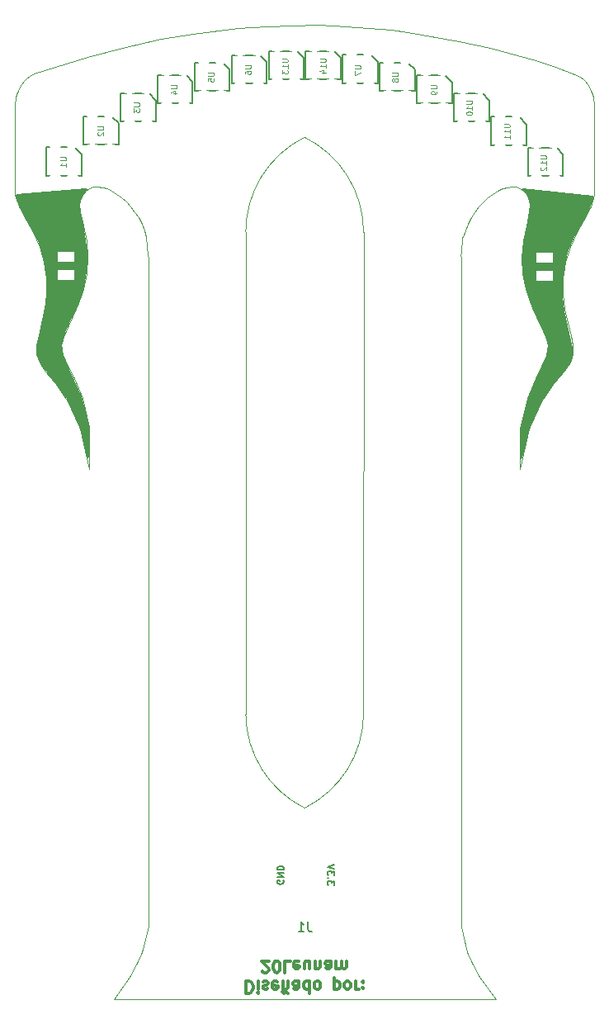
<source format=gbo>
G04 #@! TF.FileFunction,Legend,Bot*
%FSLAX46Y46*%
G04 Gerber Fmt 4.6, Leading zero omitted, Abs format (unit mm)*
G04 Created by KiCad (PCBNEW 4.0.7) date 09/23/18 21:58:35*
%MOMM*%
%LPD*%
G01*
G04 APERTURE LIST*
%ADD10C,0.100000*%
%ADD11C,0.150000*%
%ADD12C,0.300000*%
%ADD13C,0.120000*%
%ADD14C,0.125000*%
%ADD15C,0.254000*%
%ADD16C,1.455599*%
%ADD17C,3.600000*%
%ADD18R,1.600000X1.600000*%
%ADD19C,1.600000*%
%ADD20R,1.400000X1.400000*%
%ADD21O,1.400000X1.400000*%
%ADD22R,1.700000X1.100000*%
G04 APERTURE END LIST*
D10*
X1991360Y94940120D02*
X1569720Y94726760D01*
X7457440Y96667320D02*
X1991360Y94940120D01*
X15046960Y98516440D02*
X11049000Y97627440D01*
X57668160Y94843600D02*
X58287920Y94482920D01*
X55463440Y95636080D02*
X57668160Y94843600D01*
X53431440Y96286320D02*
X55463440Y95636080D01*
X48834040Y97561400D02*
X53431440Y96286320D01*
X45572680Y98308160D02*
X48834040Y97561400D01*
X40345360Y99217480D02*
X45572680Y98308160D01*
X38663880Y99441000D02*
X40345360Y99217480D01*
X32816800Y99872800D02*
X38663880Y99441000D01*
X31125160Y99933760D02*
X32816800Y99872800D01*
X25831800Y99811840D02*
X31125160Y99933760D01*
X22926040Y99628960D02*
X25831800Y99811840D01*
X18364200Y99070160D02*
X22926040Y99628960D01*
X15041880Y98516440D02*
X18364200Y99070160D01*
X7457440Y96667320D02*
X11049000Y97627440D01*
X13736169Y7501919D02*
X13736169Y76178983D01*
X13045177Y79578342D02*
X13317392Y78922563D01*
X47649177Y81330087D02*
X47227071Y80788186D01*
X48103705Y81821866D02*
X47649177Y81330087D01*
X52502557Y82644971D02*
X52206217Y82988904D01*
X13317392Y78922563D02*
X13538200Y78237080D01*
X1886032Y78722485D02*
X2552462Y77234584D01*
X51854589Y83221899D02*
X51456443Y83350037D01*
X1273174Y94483809D02*
X1571638Y94729363D01*
X6825548Y82184017D02*
X7057828Y82644971D01*
X3279034Y72366703D02*
X3090867Y70815800D01*
X9986276Y82935653D02*
X10485443Y82630731D01*
X11911207Y81330087D02*
X12333314Y80788186D01*
X13539211Y78237275D02*
G75*
G02X13736169Y76178982I-10656517J-2058292D01*
G01*
X48581884Y82257441D02*
X48103705Y81821866D01*
X51020552Y83379400D02*
X50555685Y83316069D01*
X46846158Y80202244D02*
X46515208Y79578342D01*
X9004700Y83316069D02*
X9489771Y83166126D01*
X52734837Y82184017D02*
X52502557Y82644971D01*
X12714227Y80202244D02*
X13045177Y79578342D01*
X51456443Y83350037D02*
X51020552Y83379400D01*
X9489771Y83166126D02*
X9986276Y82935653D01*
X10978501Y82257441D02*
X11456680Y81821866D01*
X45823787Y76178982D02*
G75*
G02X46019720Y78232000I10853904J1D01*
G01*
X52206217Y82988904D02*
X51854589Y83221899D01*
X49574109Y82935653D02*
X49074942Y82630731D01*
X12333314Y80788186D02*
X12714227Y80202244D01*
X52828184Y80839038D02*
X52894287Y81599962D01*
X11456680Y81821866D02*
X11911207Y81330087D01*
X52517143Y79399596D02*
X52828184Y80839038D01*
X50070613Y83166126D02*
X49574109Y82935653D01*
X3210563Y64440185D02*
X4210579Y63211017D01*
X8539833Y83379400D02*
X9004700Y83316069D01*
X47227071Y80788186D02*
X46846158Y80202244D01*
X5456683Y61390807D02*
X6738444Y58605512D01*
X7705796Y83221899D02*
X8103941Y83350037D01*
X59111094Y81335358D02*
X58427034Y80083381D01*
X7354168Y82988904D02*
X7705796Y83221899D01*
X58800063Y93906849D02*
X58558623Y94208650D01*
X57006225Y65369136D02*
X56349822Y64440185D01*
X46242993Y78922563D02*
X46019720Y78232000D01*
X2787041Y69404082D02*
X2470201Y68169155D01*
X2254898Y67117148D02*
X2252560Y66212637D01*
X59499497Y91733962D02*
X59419509Y92501753D01*
X3031286Y75642902D02*
X3273510Y73998388D01*
X240055Y92875304D02*
X377407Y93236568D01*
X52894287Y81599962D02*
X52734837Y82184017D01*
X10485443Y82630731D02*
X10978501Y82257441D01*
X59499497Y82493011D02*
X59111094Y81335358D01*
X56286875Y73998388D02*
X56281351Y72366703D01*
X1001761Y94208650D02*
X1273174Y94483809D01*
X2552462Y77234584D02*
X3031286Y75642902D01*
X50555685Y83316069D02*
X50070613Y83166126D01*
X7057828Y82644971D02*
X7354168Y82988904D01*
X4210579Y63211017D02*
X5456683Y61390807D01*
X49074942Y82630731D02*
X48581884Y82257441D01*
X2554159Y65369136D02*
X3210563Y64440185D01*
X8103941Y83350037D02*
X8539833Y83379400D01*
X46515208Y79578342D02*
X46242993Y78922563D01*
X6738444Y58605512D02*
X7703630Y54391288D01*
X1133350Y80083381D02*
X1886032Y78722485D01*
X60887Y82493011D02*
X60887Y91733962D01*
X51929617Y58714014D02*
X51856755Y54391288D01*
X53450468Y63742710D02*
X52607700Y61704161D01*
X52607700Y61704161D02*
X51929617Y58714014D01*
X54174687Y65152104D02*
X53450468Y63742710D01*
X46987557Y3786452D02*
X46444086Y4878774D01*
X47723004Y2308277D02*
X46987557Y3786452D01*
X49371093Y70984D02*
X47723004Y2308277D01*
X6587006Y71414663D02*
X5997817Y70096289D01*
X29777982Y88435495D02*
G75*
G02X35824216Y78704700I-4807241J-9730794D01*
G01*
X5432454Y68953573D02*
X5004260Y67968828D01*
X29785324Y19713478D02*
G75*
G02X29744524Y19693387I-4815146J9726885D01*
G01*
X35824051Y29271491D02*
G75*
G02X29826030Y19689996I-10852748J125696D01*
G01*
X5997817Y70096289D02*
X5432454Y68953573D01*
X7387583Y77806044D02*
X7526912Y76149750D01*
X7043242Y79399596D02*
X7387583Y77806044D01*
X23743512Y29271574D02*
X23736169Y78704701D01*
X5004260Y67968828D02*
X4814928Y67084351D01*
X7423830Y74490692D02*
X7091817Y72893134D01*
X54624805Y66196714D02*
X54174687Y65152104D01*
X29815861Y19693387D02*
G75*
G02X29775061Y19713478I4774345J9746976D01*
G01*
X54745457Y67084351D02*
X54624805Y66196714D01*
X54556125Y67968828D02*
X54745457Y67084351D01*
X54127931Y68953573D02*
X54556125Y67968828D01*
X53562568Y70096289D02*
X54127931Y68953573D01*
X35816873Y29271574D02*
X35824216Y78704701D01*
X52973379Y71414663D02*
X53562568Y70096289D01*
X7526912Y76149750D02*
X7423830Y74490692D01*
X11837380Y2308277D02*
X12572827Y3786452D01*
X52468567Y72893134D02*
X52973379Y71414663D01*
X52136554Y74490692D02*
X52468567Y72893134D01*
X7091817Y72893134D02*
X6587006Y71414663D01*
X52033473Y76149750D02*
X52136554Y74490692D01*
X52172802Y77806044D02*
X52033473Y76149750D01*
X52517143Y79399596D02*
X52172802Y77806044D01*
X23732649Y78704701D02*
G75*
G02X29778960Y88437720I10856995J0D01*
G01*
X13116299Y4878774D02*
X13736169Y7501919D01*
X12572827Y3786452D02*
X13116299Y4878774D01*
X10189292Y70984D02*
X11837380Y2308277D01*
X7630768Y58714014D02*
X7703630Y54391288D01*
X6952685Y61704161D02*
X7630768Y58714014D01*
X29734355Y19689997D02*
G75*
G02X23736335Y29271491I4854727J9707190D01*
G01*
X6109917Y63742710D02*
X6952685Y61704161D01*
X5385697Y65152104D02*
X6109917Y63742710D01*
X4935580Y66196714D02*
X5385697Y65152104D01*
X4814928Y67084351D02*
X4935580Y66196714D01*
X140876Y92501753D02*
X240055Y92875304D01*
X56469517Y70815800D02*
X56773344Y69404082D01*
X377407Y93236568D02*
X551454Y93581655D01*
X3273510Y73998388D02*
X3279034Y72366703D01*
X57307824Y66212637D02*
X57006225Y65369136D01*
X57674352Y78722485D02*
X57007922Y77234584D01*
X2470201Y68169155D02*
X2254898Y67117148D01*
X6732201Y80839038D02*
X6666098Y81599962D01*
X60887Y82493011D02*
X449291Y81335358D01*
X45824216Y7501919D02*
X45824216Y76178983D01*
X59320330Y92875304D02*
X59182978Y93236568D01*
X59499497Y82493011D02*
X59499497Y91733962D01*
X59419509Y92501753D02*
X59320330Y92875304D01*
X3090867Y70815800D02*
X2787041Y69404082D01*
X59182978Y93236568D02*
X59008931Y93581655D01*
X52821941Y58605512D02*
X51856755Y54391288D01*
X56281351Y72366703D02*
X56469517Y70815800D01*
X56773344Y69404082D02*
X57090183Y68169155D01*
X2252560Y66212637D02*
X2554159Y65369136D01*
X449291Y81335358D02*
X1133350Y80083381D01*
X57007922Y77234584D02*
X56529099Y75642902D01*
X58427034Y80083381D02*
X57674352Y78722485D01*
X551454Y93581655D02*
X760322Y93906849D01*
X760322Y93906849D02*
X1001761Y94208650D01*
X57305486Y67117148D02*
X57307824Y66212637D01*
X57090183Y68169155D02*
X57305486Y67117148D01*
X7043242Y79399596D02*
X6732201Y80839038D01*
X60887Y91733962D02*
X140876Y92501753D01*
X49371093Y70984D02*
X10189292Y70984D01*
X58558623Y94208650D02*
X58287210Y94483809D01*
X56349822Y64440185D02*
X55349806Y63211017D01*
X55349806Y63211017D02*
X54103702Y61390807D01*
X59008931Y93581655D02*
X58800063Y93906849D01*
X54103702Y61390807D02*
X52821941Y58605512D01*
X56529099Y75642902D02*
X56286875Y73998388D01*
X6666098Y81599962D02*
X6825548Y82184017D01*
X46444086Y4878774D02*
X45824216Y7501919D01*
D11*
X32834373Y11773347D02*
X32834373Y12206680D01*
X32567707Y11973347D01*
X32567707Y12073347D01*
X32534373Y12140014D01*
X32501040Y12173347D01*
X32434373Y12206680D01*
X32267707Y12206680D01*
X32201040Y12173347D01*
X32167707Y12140014D01*
X32134373Y12073347D01*
X32134373Y11873347D01*
X32167707Y11806680D01*
X32201040Y11773347D01*
X32201040Y12506681D02*
X32167707Y12540014D01*
X32134373Y12506681D01*
X32167707Y12473347D01*
X32201040Y12506681D01*
X32134373Y12506681D01*
X32834373Y12773347D02*
X32834373Y13206680D01*
X32567707Y12973347D01*
X32567707Y13073347D01*
X32534373Y13140014D01*
X32501040Y13173347D01*
X32434373Y13206680D01*
X32267707Y13206680D01*
X32201040Y13173347D01*
X32167707Y13140014D01*
X32134373Y13073347D01*
X32134373Y12873347D01*
X32167707Y12806680D01*
X32201040Y12773347D01*
X32834373Y13406681D02*
X32134373Y13640014D01*
X32834373Y13873347D01*
X27599120Y12247947D02*
X27632453Y12181281D01*
X27632453Y12081281D01*
X27599120Y11981281D01*
X27532453Y11914614D01*
X27465787Y11881281D01*
X27332453Y11847947D01*
X27232453Y11847947D01*
X27099120Y11881281D01*
X27032453Y11914614D01*
X26965787Y11981281D01*
X26932453Y12081281D01*
X26932453Y12147947D01*
X26965787Y12247947D01*
X26999120Y12281281D01*
X27232453Y12281281D01*
X27232453Y12147947D01*
X26932453Y12581281D02*
X27632453Y12581281D01*
X26932453Y12981281D01*
X27632453Y12981281D01*
X26932453Y13314614D02*
X27632453Y13314614D01*
X27632453Y13481280D01*
X27599120Y13581280D01*
X27532453Y13647947D01*
X27465787Y13681280D01*
X27332453Y13714614D01*
X27232453Y13714614D01*
X27099120Y13681280D01*
X27032453Y13647947D01*
X26965787Y13581280D01*
X26932453Y13481280D01*
X26932453Y13314614D01*
D12*
X23792292Y1895697D02*
X23792292Y695697D01*
X24078007Y695697D01*
X24249435Y752840D01*
X24363721Y867126D01*
X24420864Y981411D01*
X24478007Y1209983D01*
X24478007Y1381411D01*
X24420864Y1609983D01*
X24363721Y1724269D01*
X24249435Y1838554D01*
X24078007Y1895697D01*
X23792292Y1895697D01*
X24992292Y1895697D02*
X24992292Y1095697D01*
X24992292Y695697D02*
X24935149Y752840D01*
X24992292Y809983D01*
X25049435Y752840D01*
X24992292Y695697D01*
X24992292Y809983D01*
X25506578Y1838554D02*
X25620864Y1895697D01*
X25849436Y1895697D01*
X25963721Y1838554D01*
X26020864Y1724269D01*
X26020864Y1667126D01*
X25963721Y1552840D01*
X25849436Y1495697D01*
X25678007Y1495697D01*
X25563721Y1438554D01*
X25506578Y1324269D01*
X25506578Y1267126D01*
X25563721Y1152840D01*
X25678007Y1095697D01*
X25849436Y1095697D01*
X25963721Y1152840D01*
X26992293Y1838554D02*
X26878007Y1895697D01*
X26649436Y1895697D01*
X26535150Y1838554D01*
X26478007Y1724269D01*
X26478007Y1267126D01*
X26535150Y1152840D01*
X26649436Y1095697D01*
X26878007Y1095697D01*
X26992293Y1152840D01*
X27049436Y1267126D01*
X27049436Y1381411D01*
X26478007Y1495697D01*
X27563721Y1095697D02*
X27563721Y1895697D01*
X27563721Y1209983D02*
X27620864Y1152840D01*
X27735150Y1095697D01*
X27906578Y1095697D01*
X28020864Y1152840D01*
X28078007Y1267126D01*
X28078007Y1895697D01*
X27506578Y809983D02*
X27563721Y752840D01*
X27678007Y695697D01*
X27906578Y809983D01*
X28020864Y752840D01*
X28078007Y695697D01*
X29163721Y1895697D02*
X29163721Y1267126D01*
X29106578Y1152840D01*
X28992292Y1095697D01*
X28763721Y1095697D01*
X28649435Y1152840D01*
X29163721Y1838554D02*
X29049435Y1895697D01*
X28763721Y1895697D01*
X28649435Y1838554D01*
X28592292Y1724269D01*
X28592292Y1609983D01*
X28649435Y1495697D01*
X28763721Y1438554D01*
X29049435Y1438554D01*
X29163721Y1381411D01*
X30249435Y1895697D02*
X30249435Y695697D01*
X30249435Y1838554D02*
X30135149Y1895697D01*
X29906578Y1895697D01*
X29792292Y1838554D01*
X29735149Y1781411D01*
X29678006Y1667126D01*
X29678006Y1324269D01*
X29735149Y1209983D01*
X29792292Y1152840D01*
X29906578Y1095697D01*
X30135149Y1095697D01*
X30249435Y1152840D01*
X30992292Y1895697D02*
X30878006Y1838554D01*
X30820863Y1781411D01*
X30763720Y1667126D01*
X30763720Y1324269D01*
X30820863Y1209983D01*
X30878006Y1152840D01*
X30992292Y1095697D01*
X31163720Y1095697D01*
X31278006Y1152840D01*
X31335149Y1209983D01*
X31392292Y1324269D01*
X31392292Y1667126D01*
X31335149Y1781411D01*
X31278006Y1838554D01*
X31163720Y1895697D01*
X30992292Y1895697D01*
X32820863Y1095697D02*
X32820863Y2295697D01*
X32820863Y1152840D02*
X32935149Y1095697D01*
X33163720Y1095697D01*
X33278006Y1152840D01*
X33335149Y1209983D01*
X33392292Y1324269D01*
X33392292Y1667126D01*
X33335149Y1781411D01*
X33278006Y1838554D01*
X33163720Y1895697D01*
X32935149Y1895697D01*
X32820863Y1838554D01*
X34078006Y1895697D02*
X33963720Y1838554D01*
X33906577Y1781411D01*
X33849434Y1667126D01*
X33849434Y1324269D01*
X33906577Y1209983D01*
X33963720Y1152840D01*
X34078006Y1095697D01*
X34249434Y1095697D01*
X34363720Y1152840D01*
X34420863Y1209983D01*
X34478006Y1324269D01*
X34478006Y1667126D01*
X34420863Y1781411D01*
X34363720Y1838554D01*
X34249434Y1895697D01*
X34078006Y1895697D01*
X34992291Y1895697D02*
X34992291Y1095697D01*
X34992291Y1324269D02*
X35049434Y1209983D01*
X35106577Y1152840D01*
X35220863Y1095697D01*
X35335148Y1095697D01*
X35735148Y1781411D02*
X35792291Y1838554D01*
X35735148Y1895697D01*
X35678005Y1838554D01*
X35735148Y1781411D01*
X35735148Y1895697D01*
X35735148Y1152840D02*
X35792291Y1209983D01*
X35735148Y1267126D01*
X35678005Y1209983D01*
X35735148Y1152840D01*
X35735148Y1267126D01*
X25420863Y2909983D02*
X25478006Y2852840D01*
X25592292Y2795697D01*
X25878006Y2795697D01*
X25992292Y2852840D01*
X26049435Y2909983D01*
X26106578Y3024269D01*
X26106578Y3138554D01*
X26049435Y3309983D01*
X25363721Y3995697D01*
X26106578Y3995697D01*
X26849435Y2795697D02*
X26963720Y2795697D01*
X27078006Y2852840D01*
X27135149Y2909983D01*
X27192292Y3024269D01*
X27249435Y3252840D01*
X27249435Y3538554D01*
X27192292Y3767126D01*
X27135149Y3881411D01*
X27078006Y3938554D01*
X26963720Y3995697D01*
X26849435Y3995697D01*
X26735149Y3938554D01*
X26678006Y3881411D01*
X26620863Y3767126D01*
X26563720Y3538554D01*
X26563720Y3252840D01*
X26620863Y3024269D01*
X26678006Y2909983D01*
X26735149Y2852840D01*
X26849435Y2795697D01*
X28335149Y3995697D02*
X27763720Y3995697D01*
X27763720Y2795697D01*
X29192292Y3938554D02*
X29078006Y3995697D01*
X28849435Y3995697D01*
X28735149Y3938554D01*
X28678006Y3824269D01*
X28678006Y3367126D01*
X28735149Y3252840D01*
X28849435Y3195697D01*
X29078006Y3195697D01*
X29192292Y3252840D01*
X29249435Y3367126D01*
X29249435Y3481411D01*
X28678006Y3595697D01*
X30278006Y3195697D02*
X30278006Y3995697D01*
X29763720Y3195697D02*
X29763720Y3824269D01*
X29820863Y3938554D01*
X29935149Y3995697D01*
X30106577Y3995697D01*
X30220863Y3938554D01*
X30278006Y3881411D01*
X30849434Y3195697D02*
X30849434Y3995697D01*
X30849434Y3309983D02*
X30906577Y3252840D01*
X31020863Y3195697D01*
X31192291Y3195697D01*
X31306577Y3252840D01*
X31363720Y3367126D01*
X31363720Y3995697D01*
X32449434Y3995697D02*
X32449434Y3367126D01*
X32392291Y3252840D01*
X32278005Y3195697D01*
X32049434Y3195697D01*
X31935148Y3252840D01*
X32449434Y3938554D02*
X32335148Y3995697D01*
X32049434Y3995697D01*
X31935148Y3938554D01*
X31878005Y3824269D01*
X31878005Y3709983D01*
X31935148Y3595697D01*
X32049434Y3538554D01*
X32335148Y3538554D01*
X32449434Y3481411D01*
X33020862Y3995697D02*
X33020862Y3195697D01*
X33020862Y3309983D02*
X33078005Y3252840D01*
X33192291Y3195697D01*
X33363719Y3195697D01*
X33478005Y3252840D01*
X33535148Y3367126D01*
X33535148Y3995697D01*
X33535148Y3367126D02*
X33592291Y3252840D01*
X33706577Y3195697D01*
X33878005Y3195697D01*
X33992291Y3252840D01*
X34049434Y3367126D01*
X34049434Y3995697D01*
D11*
X48676560Y92288360D02*
X48041560Y92923360D01*
X47998560Y92976360D02*
X45098560Y92976360D01*
X48698560Y90076360D02*
X48698560Y92266360D01*
X45098560Y90076360D02*
X48698560Y90076360D01*
X45098560Y92976360D02*
X45098560Y90076360D01*
X6873240Y86715600D02*
X6238240Y87350600D01*
X6195240Y87403600D02*
X3295240Y87403600D01*
X6895240Y84503600D02*
X6895240Y86693600D01*
X3295240Y84503600D02*
X6895240Y84503600D01*
X3295240Y87403600D02*
X3295240Y84503600D01*
X10683240Y89875360D02*
X10048240Y90510360D01*
X10005240Y90563360D02*
X7105240Y90563360D01*
X10705240Y87663360D02*
X10705240Y89853360D01*
X7105240Y87663360D02*
X10705240Y87663360D01*
X7105240Y90563360D02*
X7105240Y87663360D01*
X14467840Y92278200D02*
X13832840Y92913200D01*
X13789840Y92966200D02*
X10889840Y92966200D01*
X14489840Y90066200D02*
X14489840Y92256200D01*
X10889840Y90066200D02*
X14489840Y90066200D01*
X10889840Y92966200D02*
X10889840Y90066200D01*
X18267680Y94147640D02*
X17632680Y94782640D01*
X17589680Y94835640D02*
X14689680Y94835640D01*
X18289680Y91935640D02*
X18289680Y94125640D01*
X14689680Y91935640D02*
X18289680Y91935640D01*
X14689680Y94835640D02*
X14689680Y91935640D01*
X22077680Y95382080D02*
X21442680Y96017080D01*
X21399680Y96070080D02*
X18499680Y96070080D01*
X22099680Y93170080D02*
X22099680Y95360080D01*
X18499680Y93170080D02*
X22099680Y93170080D01*
X18499680Y96070080D02*
X18499680Y93170080D01*
X25867360Y96179640D02*
X25232360Y96814640D01*
X25189360Y96867640D02*
X22289360Y96867640D01*
X25889360Y93967640D02*
X25889360Y96157640D01*
X22289360Y93967640D02*
X25889360Y93967640D01*
X22289360Y96867640D02*
X22289360Y93967640D01*
X37261800Y96194880D02*
X36626800Y96829880D01*
X36583800Y96882880D02*
X33683800Y96882880D01*
X37283800Y93982880D02*
X37283800Y96172880D01*
X33683800Y93982880D02*
X37283800Y93982880D01*
X33683800Y96882880D02*
X33683800Y93982880D01*
X41081960Y95382080D02*
X40446960Y96017080D01*
X40403960Y96070080D02*
X37503960Y96070080D01*
X41103960Y93170080D02*
X41103960Y95360080D01*
X37503960Y93170080D02*
X41103960Y93170080D01*
X37503960Y96070080D02*
X37503960Y93170080D01*
X44876720Y94122240D02*
X44241720Y94757240D01*
X44198720Y94810240D02*
X41298720Y94810240D01*
X44898720Y91910240D02*
X44898720Y94100240D01*
X41298720Y91910240D02*
X44898720Y91910240D01*
X41298720Y94810240D02*
X41298720Y91910240D01*
X52481480Y89849960D02*
X51846480Y90484960D01*
X51803480Y90537960D02*
X48903480Y90537960D01*
X52503480Y87637960D02*
X52503480Y89827960D01*
X48903480Y87637960D02*
X52503480Y87637960D01*
X48903480Y90537960D02*
X48903480Y87637960D01*
X56266080Y86690200D02*
X55631080Y87325200D01*
X55588080Y87378200D02*
X52688080Y87378200D01*
X56288080Y84478200D02*
X56288080Y86668200D01*
X52688080Y84478200D02*
X56288080Y84478200D01*
X52688080Y87378200D02*
X52688080Y84478200D01*
D13*
X6188600Y74629720D02*
X6188600Y75829720D01*
X4428600Y75829720D02*
X4428600Y74629720D01*
X55317280Y74538280D02*
X55317280Y75738280D01*
X53557280Y75738280D02*
X53557280Y74538280D01*
D11*
X29662120Y96611440D02*
X29027120Y97246440D01*
X28984120Y97299440D02*
X26084120Y97299440D01*
X29684120Y94399440D02*
X29684120Y96589440D01*
X26084120Y94399440D02*
X29684120Y94399440D01*
X26084120Y97299440D02*
X26084120Y94399440D01*
X33467040Y96586040D02*
X32832040Y97221040D01*
X32789040Y97274040D02*
X29889040Y97274040D01*
X33489040Y94374040D02*
X33489040Y96564040D01*
X29889040Y94374040D02*
X33489040Y94374040D01*
X29889040Y97274040D02*
X29889040Y94374040D01*
D10*
X46361709Y92218417D02*
X46847423Y92218417D01*
X46904566Y92189845D01*
X46933137Y92161274D01*
X46961709Y92104131D01*
X46961709Y91989845D01*
X46933137Y91932703D01*
X46904566Y91904131D01*
X46847423Y91875560D01*
X46361709Y91875560D01*
X46961709Y91275560D02*
X46961709Y91618417D01*
X46961709Y91446989D02*
X46361709Y91446989D01*
X46447423Y91504132D01*
X46504566Y91561274D01*
X46533137Y91618417D01*
X46361709Y90904131D02*
X46361709Y90846988D01*
X46390280Y90789845D01*
X46418851Y90761274D01*
X46475994Y90732703D01*
X46590280Y90704131D01*
X46733137Y90704131D01*
X46847423Y90732703D01*
X46904566Y90761274D01*
X46933137Y90789845D01*
X46961709Y90846988D01*
X46961709Y90904131D01*
X46933137Y90961274D01*
X46904566Y90989845D01*
X46847423Y91018417D01*
X46733137Y91046988D01*
X46590280Y91046988D01*
X46475994Y91018417D01*
X46418851Y90989845D01*
X46390280Y90961274D01*
X46361709Y90904131D01*
D11*
X30142773Y7979659D02*
X30142773Y7265373D01*
X30190393Y7122516D01*
X30285631Y7027278D01*
X30428488Y6979659D01*
X30523726Y6979659D01*
X29142773Y6979659D02*
X29714202Y6979659D01*
X29428488Y6979659D02*
X29428488Y7979659D01*
X29523726Y7836802D01*
X29618964Y7741564D01*
X29714202Y7693945D01*
D10*
X4700629Y86385343D02*
X5186343Y86385343D01*
X5243486Y86356771D01*
X5272057Y86328200D01*
X5300629Y86271057D01*
X5300629Y86156771D01*
X5272057Y86099629D01*
X5243486Y86071057D01*
X5186343Y86042486D01*
X4700629Y86042486D01*
X5300629Y85442486D02*
X5300629Y85785343D01*
X5300629Y85613915D02*
X4700629Y85613915D01*
X4786343Y85671058D01*
X4843486Y85728200D01*
X4872057Y85785343D01*
X8546189Y89565423D02*
X9031903Y89565423D01*
X9089046Y89536851D01*
X9117617Y89508280D01*
X9146189Y89451137D01*
X9146189Y89336851D01*
X9117617Y89279709D01*
X9089046Y89251137D01*
X9031903Y89222566D01*
X8546189Y89222566D01*
X8603331Y88965423D02*
X8574760Y88936852D01*
X8546189Y88879709D01*
X8546189Y88736852D01*
X8574760Y88679709D01*
X8603331Y88651138D01*
X8660474Y88622566D01*
X8717617Y88622566D01*
X8803331Y88651138D01*
X9146189Y88993995D01*
X9146189Y88622566D01*
X12224109Y91968263D02*
X12709823Y91968263D01*
X12766966Y91939691D01*
X12795537Y91911120D01*
X12824109Y91853977D01*
X12824109Y91739691D01*
X12795537Y91682549D01*
X12766966Y91653977D01*
X12709823Y91625406D01*
X12224109Y91625406D01*
X12224109Y91396835D02*
X12224109Y91025406D01*
X12452680Y91225406D01*
X12452680Y91139692D01*
X12481251Y91082549D01*
X12509823Y91053978D01*
X12566966Y91025406D01*
X12709823Y91025406D01*
X12766966Y91053978D01*
X12795537Y91082549D01*
X12824109Y91139692D01*
X12824109Y91311120D01*
X12795537Y91368263D01*
X12766966Y91396835D01*
X16059509Y93797063D02*
X16545223Y93797063D01*
X16602366Y93768491D01*
X16630937Y93739920D01*
X16659509Y93682777D01*
X16659509Y93568491D01*
X16630937Y93511349D01*
X16602366Y93482777D01*
X16545223Y93454206D01*
X16059509Y93454206D01*
X16259509Y92911349D02*
X16659509Y92911349D01*
X16030937Y93054206D02*
X16459509Y93197063D01*
X16459509Y92825635D01*
X19884749Y95087383D02*
X20370463Y95087383D01*
X20427606Y95058811D01*
X20456177Y95030240D01*
X20484749Y94973097D01*
X20484749Y94858811D01*
X20456177Y94801669D01*
X20427606Y94773097D01*
X20370463Y94744526D01*
X19884749Y94744526D01*
X19884749Y94173098D02*
X19884749Y94458812D01*
X20170463Y94487383D01*
X20141891Y94458812D01*
X20113320Y94401669D01*
X20113320Y94258812D01*
X20141891Y94201669D01*
X20170463Y94173098D01*
X20227606Y94144526D01*
X20370463Y94144526D01*
X20427606Y94173098D01*
X20456177Y94201669D01*
X20484749Y94258812D01*
X20484749Y94401669D01*
X20456177Y94458812D01*
X20427606Y94487383D01*
X23664269Y95849383D02*
X24149983Y95849383D01*
X24207126Y95820811D01*
X24235697Y95792240D01*
X24264269Y95735097D01*
X24264269Y95620811D01*
X24235697Y95563669D01*
X24207126Y95535097D01*
X24149983Y95506526D01*
X23664269Y95506526D01*
X23664269Y94963669D02*
X23664269Y95077955D01*
X23692840Y95135098D01*
X23721411Y95163669D01*
X23807126Y95220812D01*
X23921411Y95249383D01*
X24149983Y95249383D01*
X24207126Y95220812D01*
X24235697Y95192240D01*
X24264269Y95135098D01*
X24264269Y95020812D01*
X24235697Y94963669D01*
X24207126Y94935098D01*
X24149983Y94906526D01*
X24007126Y94906526D01*
X23949983Y94935098D01*
X23921411Y94963669D01*
X23892840Y95020812D01*
X23892840Y95135098D01*
X23921411Y95192240D01*
X23949983Y95220812D01*
X24007126Y95249383D01*
X34911389Y95783343D02*
X35397103Y95783343D01*
X35454246Y95754771D01*
X35482817Y95726200D01*
X35511389Y95669057D01*
X35511389Y95554771D01*
X35482817Y95497629D01*
X35454246Y95469057D01*
X35397103Y95440486D01*
X34911389Y95440486D01*
X34911389Y95211915D02*
X34911389Y94811915D01*
X35511389Y95069058D01*
X38746789Y95067063D02*
X39232503Y95067063D01*
X39289646Y95038491D01*
X39318217Y95009920D01*
X39346789Y94952777D01*
X39346789Y94838491D01*
X39318217Y94781349D01*
X39289646Y94752777D01*
X39232503Y94724206D01*
X38746789Y94724206D01*
X39003931Y94352778D02*
X38975360Y94409920D01*
X38946789Y94438492D01*
X38889646Y94467063D01*
X38861074Y94467063D01*
X38803931Y94438492D01*
X38775360Y94409920D01*
X38746789Y94352778D01*
X38746789Y94238492D01*
X38775360Y94181349D01*
X38803931Y94152778D01*
X38861074Y94124206D01*
X38889646Y94124206D01*
X38946789Y94152778D01*
X38975360Y94181349D01*
X39003931Y94238492D01*
X39003931Y94352778D01*
X39032503Y94409920D01*
X39061074Y94438492D01*
X39118217Y94467063D01*
X39232503Y94467063D01*
X39289646Y94438492D01*
X39318217Y94409920D01*
X39346789Y94352778D01*
X39346789Y94238492D01*
X39318217Y94181349D01*
X39289646Y94152778D01*
X39232503Y94124206D01*
X39118217Y94124206D01*
X39061074Y94152778D01*
X39032503Y94181349D01*
X39003931Y94238492D01*
X42734589Y93771663D02*
X43220303Y93771663D01*
X43277446Y93743091D01*
X43306017Y93714520D01*
X43334589Y93657377D01*
X43334589Y93543091D01*
X43306017Y93485949D01*
X43277446Y93457377D01*
X43220303Y93428806D01*
X42734589Y93428806D01*
X43334589Y93114520D02*
X43334589Y93000235D01*
X43306017Y92943092D01*
X43277446Y92914520D01*
X43191731Y92857378D01*
X43077446Y92828806D01*
X42848874Y92828806D01*
X42791731Y92857378D01*
X42763160Y92885949D01*
X42734589Y92943092D01*
X42734589Y93057378D01*
X42763160Y93114520D01*
X42791731Y93143092D01*
X42848874Y93171663D01*
X42991731Y93171663D01*
X43048874Y93143092D01*
X43077446Y93114520D01*
X43106017Y93057378D01*
X43106017Y92943092D01*
X43077446Y92885949D01*
X43048874Y92857378D01*
X42991731Y92828806D01*
X50227589Y89790177D02*
X50713303Y89790177D01*
X50770446Y89761605D01*
X50799017Y89733034D01*
X50827589Y89675891D01*
X50827589Y89561605D01*
X50799017Y89504463D01*
X50770446Y89475891D01*
X50713303Y89447320D01*
X50227589Y89447320D01*
X50827589Y88847320D02*
X50827589Y89190177D01*
X50827589Y89018749D02*
X50227589Y89018749D01*
X50313303Y89075892D01*
X50370446Y89133034D01*
X50399017Y89190177D01*
X50827589Y88275891D02*
X50827589Y88618748D01*
X50827589Y88447320D02*
X50227589Y88447320D01*
X50313303Y88504463D01*
X50370446Y88561605D01*
X50399017Y88618748D01*
X53981709Y86559297D02*
X54467423Y86559297D01*
X54524566Y86530725D01*
X54553137Y86502154D01*
X54581709Y86445011D01*
X54581709Y86330725D01*
X54553137Y86273583D01*
X54524566Y86245011D01*
X54467423Y86216440D01*
X53981709Y86216440D01*
X54581709Y85616440D02*
X54581709Y85959297D01*
X54581709Y85787869D02*
X53981709Y85787869D01*
X54067423Y85845012D01*
X54124566Y85902154D01*
X54153137Y85959297D01*
X54038851Y85387868D02*
X54010280Y85359297D01*
X53981709Y85302154D01*
X53981709Y85159297D01*
X54010280Y85102154D01*
X54038851Y85073583D01*
X54095994Y85045011D01*
X54153137Y85045011D01*
X54238851Y85073583D01*
X54581709Y85416440D01*
X54581709Y85045011D01*
D14*
X5645268Y75008610D02*
X5811935Y75246705D01*
X5930982Y75008610D02*
X5930982Y75508610D01*
X5740506Y75508610D01*
X5692887Y75484800D01*
X5669078Y75460990D01*
X5645268Y75413371D01*
X5645268Y75341943D01*
X5669078Y75294324D01*
X5692887Y75270514D01*
X5740506Y75246705D01*
X5930982Y75246705D01*
X5169078Y75008610D02*
X5454792Y75008610D01*
X5311935Y75008610D02*
X5311935Y75508610D01*
X5359554Y75437181D01*
X5407173Y75389562D01*
X5454792Y75365752D01*
X5002411Y75508610D02*
X4692888Y75508610D01*
X4859554Y75318133D01*
X4788126Y75318133D01*
X4740507Y75294324D01*
X4716697Y75270514D01*
X4692888Y75222895D01*
X4692888Y75103848D01*
X4716697Y75056229D01*
X4740507Y75032419D01*
X4788126Y75008610D01*
X4930983Y75008610D01*
X4978602Y75032419D01*
X5002411Y75056229D01*
X54748548Y74886690D02*
X54915215Y75124785D01*
X55034262Y74886690D02*
X55034262Y75386690D01*
X54843786Y75386690D01*
X54796167Y75362880D01*
X54772358Y75339070D01*
X54748548Y75291451D01*
X54748548Y75220023D01*
X54772358Y75172404D01*
X54796167Y75148594D01*
X54843786Y75124785D01*
X55034262Y75124785D01*
X54558072Y75339070D02*
X54534262Y75362880D01*
X54486643Y75386690D01*
X54367596Y75386690D01*
X54319977Y75362880D01*
X54296167Y75339070D01*
X54272358Y75291451D01*
X54272358Y75243832D01*
X54296167Y75172404D01*
X54581881Y74886690D01*
X54272358Y74886690D01*
X53796168Y74886690D02*
X54081882Y74886690D01*
X53939025Y74886690D02*
X53939025Y75386690D01*
X53986644Y75315261D01*
X54034263Y75267642D01*
X54081882Y75243832D01*
D10*
X27443789Y96465297D02*
X27929503Y96465297D01*
X27986646Y96436725D01*
X28015217Y96408154D01*
X28043789Y96351011D01*
X28043789Y96236725D01*
X28015217Y96179583D01*
X27986646Y96151011D01*
X27929503Y96122440D01*
X27443789Y96122440D01*
X28043789Y95522440D02*
X28043789Y95865297D01*
X28043789Y95693869D02*
X27443789Y95693869D01*
X27529503Y95751012D01*
X27586646Y95808154D01*
X27615217Y95865297D01*
X27443789Y95322440D02*
X27443789Y94951011D01*
X27672360Y95151011D01*
X27672360Y95065297D01*
X27700931Y95008154D01*
X27729503Y94979583D01*
X27786646Y94951011D01*
X27929503Y94951011D01*
X27986646Y94979583D01*
X28015217Y95008154D01*
X28043789Y95065297D01*
X28043789Y95236725D01*
X28015217Y95293868D01*
X27986646Y95322440D01*
X31345229Y96500857D02*
X31830943Y96500857D01*
X31888086Y96472285D01*
X31916657Y96443714D01*
X31945229Y96386571D01*
X31945229Y96272285D01*
X31916657Y96215143D01*
X31888086Y96186571D01*
X31830943Y96158000D01*
X31345229Y96158000D01*
X31945229Y95558000D02*
X31945229Y95900857D01*
X31945229Y95729429D02*
X31345229Y95729429D01*
X31430943Y95786572D01*
X31488086Y95843714D01*
X31516657Y95900857D01*
X31545229Y95043714D02*
X31945229Y95043714D01*
X31316657Y95186571D02*
X31745229Y95329428D01*
X31745229Y94958000D01*
D15*
G36*
X7063505Y82843665D02*
X7040255Y82812350D01*
X6735455Y82233230D01*
X6726932Y82212943D01*
X6544052Y81643983D01*
X6538101Y81599127D01*
X6568581Y80953967D01*
X6571920Y80930434D01*
X6924294Y79456294D01*
X7343599Y76809114D01*
X7343599Y75038125D01*
X6926320Y72896430D01*
X6205727Y70971487D01*
X5116213Y68741785D01*
X5109435Y68724965D01*
X4672555Y67368605D01*
X4668016Y67309715D01*
X4881376Y65968595D01*
X4891387Y65935549D01*
X6745561Y61897908D01*
X7496124Y58810019D01*
X7521811Y55705629D01*
X6842616Y58701429D01*
X6833971Y58726783D01*
X5467451Y61673183D01*
X5454315Y61695310D01*
X2669742Y65457016D01*
X2349391Y66238476D01*
X2334975Y66872795D01*
X2631867Y68533375D01*
X3286415Y71329159D01*
X3289457Y71349360D01*
X3426617Y73335640D01*
X3426102Y73358768D01*
X3177182Y75543168D01*
X3172796Y75564768D01*
X2553036Y77662808D01*
X2543495Y77686223D01*
X561788Y81431701D01*
X196523Y82487886D01*
X7339788Y83115885D01*
X7063505Y82843665D01*
X7063505Y82843665D01*
G37*
X7063505Y82843665D02*
X7040255Y82812350D01*
X6735455Y82233230D01*
X6726932Y82212943D01*
X6544052Y81643983D01*
X6538101Y81599127D01*
X6568581Y80953967D01*
X6571920Y80930434D01*
X6924294Y79456294D01*
X7343599Y76809114D01*
X7343599Y75038125D01*
X6926320Y72896430D01*
X6205727Y70971487D01*
X5116213Y68741785D01*
X5109435Y68724965D01*
X4672555Y67368605D01*
X4668016Y67309715D01*
X4881376Y65968595D01*
X4891387Y65935549D01*
X6745561Y61897908D01*
X7496124Y58810019D01*
X7521811Y55705629D01*
X6842616Y58701429D01*
X6833971Y58726783D01*
X5467451Y61673183D01*
X5454315Y61695310D01*
X2669742Y65457016D01*
X2349391Y66238476D01*
X2334975Y66872795D01*
X2631867Y68533375D01*
X3286415Y71329159D01*
X3289457Y71349360D01*
X3426617Y73335640D01*
X3426102Y73358768D01*
X3177182Y75543168D01*
X3172796Y75564768D01*
X2553036Y77662808D01*
X2543495Y77686223D01*
X561788Y81431701D01*
X196523Y82487886D01*
X7339788Y83115885D01*
X7063505Y82843665D01*
G36*
X59271031Y82324623D02*
X58927885Y81295185D01*
X57409209Y78495759D01*
X57403973Y78484910D01*
X56636893Y76681510D01*
X56630955Y76664171D01*
X56310915Y75450051D01*
X56307879Y75434801D01*
X56104679Y73941281D01*
X56103537Y73922090D01*
X56134017Y72052650D01*
X56134654Y72041847D01*
X56271814Y70695647D01*
X56274119Y70681267D01*
X57109632Y66878417D01*
X57124186Y66141006D01*
X56838403Y65298187D01*
X55357815Y63379466D01*
X55355353Y63376167D01*
X53988833Y61481327D01*
X53976619Y61460455D01*
X52650739Y58600415D01*
X52642248Y58575713D01*
X51947740Y55583417D01*
X51973355Y58587749D01*
X52678762Y61615960D01*
X53719747Y64016290D01*
X54678841Y66020745D01*
X54690656Y66062985D01*
X54792256Y67084065D01*
X54789206Y67126966D01*
X54560606Y68056606D01*
X54552150Y68080445D01*
X53208564Y70929861D01*
X52512613Y72871465D01*
X52186159Y74453509D01*
X52100768Y76075942D01*
X52256602Y77880599D01*
X52629988Y79353961D01*
X52631939Y79363039D01*
X53012939Y81516959D01*
X53009887Y81574342D01*
X52755887Y82453182D01*
X52734238Y82495749D01*
X52348158Y82993589D01*
X52318042Y83021567D01*
X52152356Y83131560D01*
X59271031Y82324623D01*
X59271031Y82324623D01*
G37*
X59271031Y82324623D02*
X58927885Y81295185D01*
X57409209Y78495759D01*
X57403973Y78484910D01*
X56636893Y76681510D01*
X56630955Y76664171D01*
X56310915Y75450051D01*
X56307879Y75434801D01*
X56104679Y73941281D01*
X56103537Y73922090D01*
X56134017Y72052650D01*
X56134654Y72041847D01*
X56271814Y70695647D01*
X56274119Y70681267D01*
X57109632Y66878417D01*
X57124186Y66141006D01*
X56838403Y65298187D01*
X55357815Y63379466D01*
X55355353Y63376167D01*
X53988833Y61481327D01*
X53976619Y61460455D01*
X52650739Y58600415D01*
X52642248Y58575713D01*
X51947740Y55583417D01*
X51973355Y58587749D01*
X52678762Y61615960D01*
X53719747Y64016290D01*
X54678841Y66020745D01*
X54690656Y66062985D01*
X54792256Y67084065D01*
X54789206Y67126966D01*
X54560606Y68056606D01*
X54552150Y68080445D01*
X53208564Y70929861D01*
X52512613Y72871465D01*
X52186159Y74453509D01*
X52100768Y76075942D01*
X52256602Y77880599D01*
X52629988Y79353961D01*
X52631939Y79363039D01*
X53012939Y81516959D01*
X53009887Y81574342D01*
X52755887Y82453182D01*
X52734238Y82495749D01*
X52348158Y82993589D01*
X52318042Y83021567D01*
X52152356Y83131560D01*
X59271031Y82324623D01*
%LPC*%
D16*
X47798560Y93526360D03*
X47798560Y89526360D03*
X45998560Y89526360D03*
X45998560Y93526360D03*
D17*
X4226560Y91236800D03*
X55321200Y91231720D03*
X40822880Y4074160D03*
D18*
X23281640Y13202920D03*
D19*
X21781640Y13202920D03*
D20*
X35554920Y5699760D03*
D21*
X34284920Y5699760D03*
X33014920Y5699760D03*
X31744920Y5699760D03*
X30474920Y5699760D03*
X29204920Y5699760D03*
X27934920Y5699760D03*
X26664920Y5699760D03*
X25394920Y5699760D03*
X24124920Y5699760D03*
D16*
X5995240Y87953600D03*
X5995240Y83953600D03*
X4195240Y83953600D03*
X4195240Y87953600D03*
X9805240Y91113360D03*
X9805240Y87113360D03*
X8005240Y87113360D03*
X8005240Y91113360D03*
X13589840Y93516200D03*
X13589840Y89516200D03*
X11789840Y89516200D03*
X11789840Y93516200D03*
X17389680Y95385640D03*
X17389680Y91385640D03*
X15589680Y91385640D03*
X15589680Y95385640D03*
X21199680Y96620080D03*
X21199680Y92620080D03*
X19399680Y92620080D03*
X19399680Y96620080D03*
X24989360Y97417640D03*
X24989360Y93417640D03*
X23189360Y93417640D03*
X23189360Y97417640D03*
X36383800Y97432880D03*
X36383800Y93432880D03*
X34583800Y93432880D03*
X34583800Y97432880D03*
X40203960Y96620080D03*
X40203960Y92620080D03*
X38403960Y92620080D03*
X38403960Y96620080D03*
X43998720Y95360240D03*
X43998720Y91360240D03*
X42198720Y91360240D03*
X42198720Y95360240D03*
X51603480Y91087960D03*
X51603480Y87087960D03*
X49803480Y87087960D03*
X49803480Y91087960D03*
X55388080Y87928200D03*
X55388080Y83928200D03*
X53588080Y83928200D03*
X53588080Y87928200D03*
D17*
X18729960Y4064000D03*
D22*
X5308600Y76179720D03*
X5308600Y74279720D03*
X54437280Y76088280D03*
X54437280Y74188280D03*
D16*
X28784120Y97849440D03*
X28784120Y93849440D03*
X26984120Y93849440D03*
X26984120Y97849440D03*
X32589040Y97824040D03*
X32589040Y93824040D03*
X30789040Y93824040D03*
X30789040Y97824040D03*
M02*

</source>
